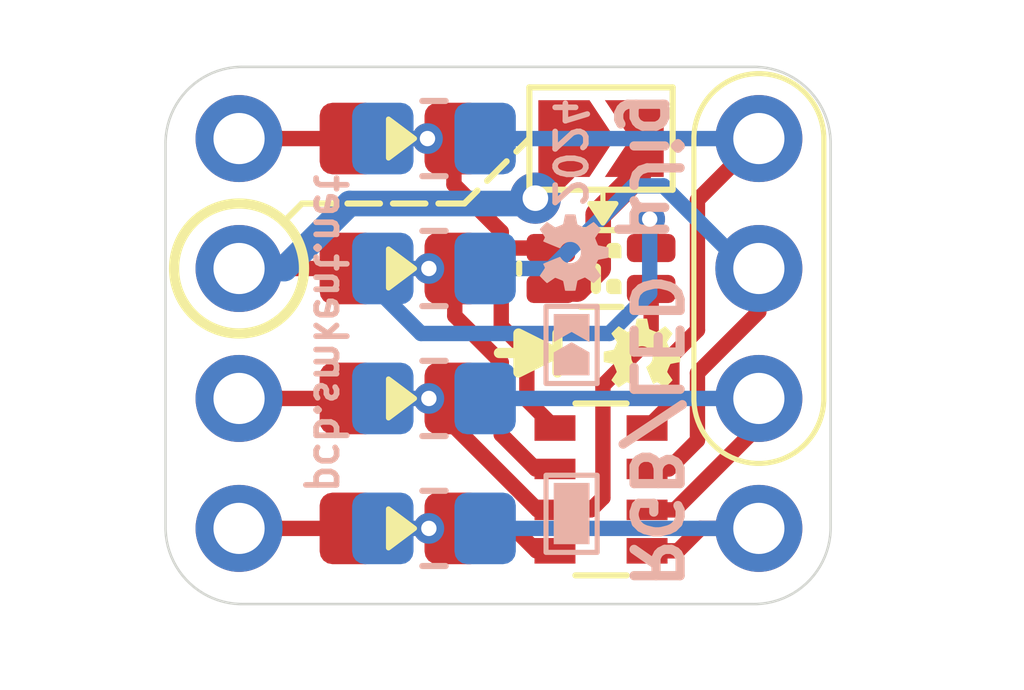
<source format=kicad_pcb>
(kicad_pcb (version 20240108) (generator "pcbnew") (generator_version "8.0")
  (layers (0 "F.Cu" signal) (31 "B.Cu" signal) (34 "B.Paste" user) (35 "F.Paste" user) (36 "B.SilkS" user "B.Silkscreen") (37 "F.SilkS" user "F.Silkscreen") (38 "B.Mask" user) (39 "F.Mask" user) (44 "Edge.Cuts" user))
  (net 0 "")
  (net 1 "LED1_RESISTOR")
  (net 2 "LED2_RESISTOR")
  (net 3 "LED3_RESISTOR")
  (net 4 "LED3_CATHODE")
  (net 5 "LED1_CATHODE")
  (net 6 "LED2_CATHODE")
  (net 7 "LED4_CATHODE")
  (net 8 "LED3_ANODE")
  (net 9 "LED2_ANODE")
  (net 10 "LED1_ANODE")
  (net 11 "LED4_ANODE")
  (net 12 "Net-(LED4-K)")
  (net 13 "Net-(JP1-B)")
  (footprint "Resistor_SMD:R_Array_Convex_4x0603" (layer "F.Cu") (at 134.075 103.378)
    (property "Reference" "RN1" (hide yes))
    (property "Value" "R")
    (fp_line (start 0.5 -1.68) (end -0.5 -1.68) (stroke (width 0.12)) (layer "F.SilkS"))
    (fp_line (start 0.5 1.68) (end -0.5 1.68) (stroke (width 0.12)) (layer "F.SilkS"))
    (pad "1" smd rect (at -0.9 -1.2) (size 0.8 0.5) (layers "F.Cu" "F.Paste" "F.Mask") (net 1 "LED1_RESISTOR"))
    (pad "2" smd rect (at -0.9 -0.4) (size 0.8 0.4) (layers "F.Cu" "F.Paste" "F.Mask") (net 2 "LED2_RESISTOR"))
    (pad "3" smd rect (at -0.9 0.4) (size 0.8 0.4) (layers "F.Cu" "F.Paste" "F.Mask") (net 3 "LED3_RESISTOR"))
    (pad "4" smd rect (at -0.9 1.2) (size 0.8 0.5) (layers "F.Cu" "F.Paste" "F.Mask") (net 12 "Net-(LED4-K)"))
    (pad "5" smd rect (at 0.9 1.2) (size 0.8 0.5) (layers "F.Cu" "F.Paste" "F.Mask") (net 7 "LED4_CATHODE"))
    (pad "6" smd rect (at 0.9 0.4) (size 0.8 0.4) (layers "F.Cu" "F.Paste" "F.Mask") (net 4 "LED3_CATHODE"))
    (pad "7" smd rect (at 0.9 -0.4) (size 0.8 0.4) (layers "F.Cu" "F.Paste" "F.Mask") (net 6 "LED2_CATHODE"))
    (pad "8" smd rect (at 0.9 -1.2) (size 0.8 0.5) (layers "F.Cu" "F.Paste" "F.Mask") (net 5 "LED1_CATHODE"))
  )
  (footprint "custom:LED_0805_2012Metric_Pad1.15x1.40mm_HandSolder_simple" (layer "F.Cu") (at 130.175 104.14 180)
    (property "Reference" "LED4" (hide yes))
    (property "Value" "LED")
    (fp_poly (pts (xy 0.254 -0.381) (xy 0.254 0.381) (xy -0.254 0)) (stroke (width 0.1)) (fill solid) (layer "F.SilkS"))
    (pad "1" smd roundrect (at -1.025 0 180) (size 1.15 1.4) (layers "F.Cu" "F.Paste" "F.Mask") (roundrect_rratio 0.217391) (net 12 "Net-(LED4-K)"))
    (pad "2" smd roundrect (at 1.025 0 180) (size 1.15 1.4) (layers "F.Cu" "F.Paste" "F.Mask") (roundrect_rratio 0.217391) (net 11 "LED4_ANODE"))
  )
  (footprint "custom:LED_0805_2012Metric_Pad1.15x1.40mm_HandSolder_simple" (layer "F.Cu") (at 130.175 99.06 180)
    (property "Reference" "LED2" (hide yes))
    (property "Value" "LED")
    (fp_poly (pts (xy 0.254 -0.381) (xy 0.254 0.381) (xy -0.254 0)) (stroke (width 0.1)) (fill solid) (layer "F.SilkS"))
    (pad "1" smd roundrect (at -1.025 0 180) (size 1.15 1.4) (layers "F.Cu" "F.Paste" "F.Mask") (roundrect_rratio 0.217391) (net 2 "LED2_RESISTOR"))
    (pad "2" smd roundrect (at 1.025 0 180) (size 1.15 1.4) (layers "F.Cu" "F.Paste" "F.Mask") (roundrect_rratio 0.217391) (net 9 "LED2_ANODE"))
  )
  (footprint "custom:LED_0805_2012Metric_Pad1.15x1.40mm_HandSolder_simple" (layer "F.Cu") (at 130.175 96.52 180)
    (property "Reference" "LED1" (hide yes))
    (property "Value" "LED")
    (fp_poly (pts (xy 0.254 -0.381) (xy 0.254 0.381) (xy -0.254 0)) (stroke (width 0.1)) (fill solid) (layer "F.SilkS"))
    (pad "1" smd roundrect (at -1.025 0 180) (size 1.15 1.4) (layers "F.Cu" "F.Paste" "F.Mask") (roundrect_rratio 0.217391) (net 1 "LED1_RESISTOR"))
    (pad "2" smd roundrect (at 1.025 0 180) (size 1.15 1.4) (layers "F.Cu" "F.Paste" "F.Mask") (roundrect_rratio 0.217391) (net 10 "LED1_ANODE"))
  )
  (footprint "custom:LED_0805_2012Metric_Pad1.15x1.40mm_HandSolder_simple" (layer "F.Cu") (at 130.175 101.6 180)
    (property "Reference" "LED3" (hide yes))
    (property "Value" "LED")
    (fp_poly (pts (xy 0.254 -0.381) (xy 0.254 0.381) (xy -0.254 0)) (stroke (width 0.1)) (fill solid) (layer "F.SilkS"))
    (pad "1" smd roundrect (at -1.025 0 180) (size 1.15 1.4) (layers "F.Cu" "F.Paste" "F.Mask") (roundrect_rratio 0.217391) (net 3 "LED3_RESISTOR"))
    (pad "2" smd roundrect (at 1.025 0 180) (size 1.15 1.4) (layers "F.Cu" "F.Paste" "F.Mask") (roundrect_rratio 0.217391) (net 8 "LED3_ANODE"))
  )
  (footprint "graphics:oshw-logo-1.5mm" (layer "F.Cu") (at 134.874 100.711)
    (property "Reference" "G***" (hide yes))
    (property "Value" "LOGO" (hide yes))
    (fp_poly (pts (xy 0.012727 -0.672745) (xy 0.031988 -0.67266) (xy 0.050169 -0.672495) (xy 0.066587 -0.672251) (xy 0.080561 -0.671927) (xy 0.091408 -0.671523) (xy 0.098446 -0.671039) (xy 0.100909 -0.670576) (xy 0.102402 -0.667389) (xy 0.104663 -0.659276) (xy 0.107675 -0.646308) (xy 0.111424 -0.628555) (xy 0.115895 -0.60609) (xy 0.121071 -0.578984) (xy 0.122654 -0.570522) (xy 0.127536 -0.544539) (xy 0.131659 -0.523137) (xy 0.135113 -0.505908) (xy 0.13799 -0.492446) (xy 0.140383 -0.482342) (xy 0.142381 -0.475192) (xy 0.144077 -0.470587) (xy 0.145562 -0.468121) (xy 0.145696 -0.467982) (xy 0.149238 -0.465814) (xy 0.156822 -0.462056) (xy 0.167796 -0.457002) (xy 0.181505 -0.450945) (xy 0.197297 -0.444179) (xy 0.214518 -0.436997) (xy 0.216283 -0.436271) (xy 0.236194 -0.42815) (xy 0.251983 -0.421849) (xy 0.264174 -0.417188) (xy 0.273292 -0.413987) (xy 0.279863 -0.412068) (xy 0.284411 -0.41125) (xy 0.287461 -0.411354) (xy 0.288377 -0.411613) (xy 0.291858 -0.413548) (xy 0.29899 -0.418028) (xy 0.309263 -0.424717) (xy 0.322171 -0.433279) (xy 0.337206 -0.443375) (xy 0.353861 -0.45467) (xy 0.371626 -0.466826) (xy 0.371955 -0.467053) (xy 0.389663 -0.479186) (xy 0.406199 -0.490443) (xy 0.421066 -0.500493) (xy 0.43377 -0.509002) (xy 0.443815 -0.515639) (xy 0.450706 -0.520073) (xy 0.453946 -0.521971) (xy 0.453983 -0.521986) (xy 0.455813 -0.52187) (xy 0.458798 -0.520292) (xy 0.463253 -0.516965) (xy 0.469491 -0.511606) (xy 0.477824 -0.503929) (xy 0.488566 -0.493649) (xy 0.50203 -0.48048) (xy 0.518529 -0.464138) (xy 0.529628 -0.453077) (xy 0.547414 -0.435309) (xy 0.561926 -0.420748) (xy 0.573479 -0.409038) (xy 0.582388 -0.39982) (xy 0.588967 -0.392736) (xy 0.593531 -0.387427) (xy 0.596394 -0.383536) (xy 0.597872 -0.380704) (xy 0.598279 -0.378574) (xy 0.59793 -0.376787) (xy 0.597524 -0.375808) (xy 0.595446 -0.372279) (xy 0.590833 -0.365095) (xy 0.584027 -0.354764) (xy 0.575366 -0.341796) (xy 0.565191 -0.326699) (xy 0.55384 -0.309982) (xy 0.541655 -0.292154) (xy 0.541255 -0.29157) (xy 0.527178 -0.270981) (xy 0.515766 -0.254126) (xy 0.506773 -0.240603) (xy 0.499952 -0.230009) (xy 0.495054 -0.221942) (xy 0.491832 -0.215999) (xy 0.49004 -0.211779) (xy 0.489429 -0.208878) (xy 0.489555 -0.207483) (xy 0.490888 -0.203755) (xy 0.493911 -0.196137) (xy 0.498304 -0.185385) (xy 0.503747 -0.172254) (xy 0.509923 -0.157499) (xy 0.516512 -0.141873) (xy 0.523195 -0.126133) (xy 0.529654 -0.111033) (xy 0.53557 -0.097327) (xy 0.540623 -0.085771) (xy 0.544495 -0.077119) (xy 0.54597 -0.073947) (xy 0.551604 -0.0666) (xy 0.558905 -0.06307) (xy 0.563474 -0.061999) (xy 0.572374 -0.060141) (xy 0.584962 -0.057622) (xy 0.600592 -0.054569) (xy 0.61862 -0.051106) (xy 0.638402 -0.047361) (xy 0.654711 -0.044311) (xy 0.675133 -0.040448) (xy 0.694051 -0.036744) (xy 0.71087 -0.033326) (xy 0.724992 -0.030321) (xy 0.735823 -0.027855) (xy 0.742765 -0.026054) (xy 0.745145 -0.025155) (xy 0.746093 -0.021901) (xy 0.746916 -0.014265) (xy 0.747611 -0.002922) (xy 0.748179 0.011453) (xy 0.748616 0.028184) (xy 0.748922 0.046597) (xy 0.749096 0.066016) (xy 0.749136 0.085767) (xy 0.74904 0.105174) (xy 0.748808 0.123562) (xy 0.748437 0.140257) (xy 0.747927 0.154584) (xy 0.747276 0.165866) (xy 0.746483 0.17343) (xy 0.745563 0.176586) (xy 0.74241 0.177649) (xy 0.734861 0.179495) (xy 0.723496 0.182002) (xy 0.708899 0.185048) (xy 0.691651 0.188512) (xy 0.672332 0.192272) (xy 0.652599 0.196007) (xy 0.631739 0.19997) (xy 0.612297 0.203793) (xy 0.594876 0.207347) (xy 0.580074 0.210506) (xy 0.568492 0.213141) (xy 0.560731 0.215125) (xy 0.557467 0.216273) (xy 0.555071 0.219546) (xy 0.55123 0.226834) (xy 0.546229 0.237437) (xy 0.54035 0.250653) (xy 0.533875 0.265779) (xy 0.527088 0.282116) (xy 0.520271 0.29896) (xy 0.513707 0.31561) (xy 0.507679 0.331366) (xy 0.502469 0.345524) (xy 0.498361 0.357384) (xy 0.495636 0.366245) (xy 0.494578 0.371403) (xy 0.494639 0.372162) (xy 0.496395 0.375329) (xy 0.500691 0.382148) (xy 0.507191 0.392108) (xy 0.515556 0.404701) (xy 0.525449 0.419418) (xy 0.536531 0.435748) (xy 0.546945 0.450972) (xy 0.558777 0.468282) (xy 0.569702 0.484412) (xy 0.579383 0.498853) (xy 0.587486 0.5111) (xy 0.593675 0.520647) (xy 0.597614 0.526986) (xy 0.598954 0.529507) (xy 0.598305 0.531757) (xy 0.595463 0.535922) (xy 0.590202 0.542248) (xy 0.582298 0.550978) (xy 0.571526 0.562358) (xy 0.557661 0.576632) (xy 0.540479 0.594047) (xy 0.530932 0.603648) (xy 0.51299 0.621611) (xy 0.498235 0.636261) (xy 0.486323 0.64791) (xy 0.476911 0.656871) (xy 0.469655 0.663455) (xy 0.464211 0.667974) (xy 0.460236 0.67074) (xy 0.457387 0.672064) (xy 0.455333 0.67226) (xy 0.451812 0.670645) (xy 0.444669 0.666474) (xy 0.434428 0.660084) (xy 0.421618 0.651814) (xy 0.406762 0.642002) (xy 0.390388 0.630989) (xy 0.376517 0.621518) (xy 0.354153 0.60628) (xy 0.335316 0.593725) (xy 0.320114 0.583923) (xy 0.308656 0.576941) (xy 0.301051 0.57285) (xy 0.29764 0.571696) (xy 0.293219 0.572863) (xy 0.28535 0.576075) (xy 0.274995 0.580897) (xy 0.263116 0.586893) (xy 0.257748 0.58974) (xy 0.243218 0.597361) (xy 0.232567 0.602454) (xy 0.225394 0.605188) (xy 0.221301 0.605733) (xy 0.220556 0.60546) (xy 0.218878 0.602708) (xy 0.215515 0.595733) (xy 0.210657 0.584999) (xy 0.204496 0.570969) (xy 0.197222 0.554106) (xy 0.189028 0.534873) (xy 0.180103 0.513734) (xy 0.17064 0.491152) (xy 0.160829 0.46759) (xy 0.150861 0.443512) (xy 0.140928 0.41938) (xy 0.131221 0.395658) (xy 0.121931 0.37281) (xy 0.113249 0.351299) (xy 0.105366 0.331587) (xy 0.098473 0.314138) (xy 0.092762 0.299415) (xy 0.088423 0.287883) (xy 0.085648 0.280003) (xy 0.084628 0.276239) (xy 0.084642 0.276044) (xy 0.087623 0.271995) (xy 0.093181 0.26761) (xy 0.094225 0.266975) (xy 0.104901 0.260032) (xy 0.117593 0.250686) (xy 0.130784 0.240152) (xy 0.142954 0.229646) (xy 0.152586 0.220385) (xy 0.153162 0.219776) (xy 0.172204 0.196275) (xy 0.188057 0.170117) (xy 0.199972 0.142629) (xy 0.203822 0.130276) (xy 0.206435 0.117193) (xy 0.208294 0.100836) (xy 0.209326 0.082944) (xy 0.209458 0.065255) (xy 0.208615 0.04951) (xy 0.207573 0.041497) (xy 0.199598 0.010037) (xy 0.187125 -0.019353) (xy 0.170418 -0.046308) (xy 0.149742 -0.070465) (xy 0.125361 -0.091462) (xy 0.098464 -0.108442) (xy 0.070046 -0.120847) (xy 0.040034 -0.128747) (xy 0.009137 -0.13214) (xy -0.021939 -0.131027) (xy -0.052487 -0.125407) (xy -0.081799 -0.115282) (xy -0.095935 -0.108442) (xy -0.123653 -0.090853) (xy -0.147922 -0.069751) (xy -0.168477 -0.0455) (xy -0.185055 -0.018463) (xy -0.19739 0.010997) (xy -0.205044 0.041497) (xy -0.206527 0.055169) (xy -0.20699 0.071859) (xy -0.206507 0.08983) (xy -0.205151 0.107343) (xy -0.202996 0.122657) (xy -0.201294 0.130276) (xy -0.19138 0.157929) (xy -0.177192 0.184845) (xy -0.159481 0.209696) (xy -0.150634 0.219776) (xy -0.141253 0.228895) (xy -0.129221 0.239349) (xy -0.116054 0.249923) (xy -0.103272 0.259401) (xy -0.092392 0.266565) (xy -0.091696 0.266975) (xy -0.0859 0.271233) (xy -0.082349 0.275469) (xy -0.082113 0.276044) (xy -0.082822 0.279077) (xy -0.085318 0.286303) (xy -0.089409 0.297259) (xy -0.094905 0.311482) (xy -0.101614 0.328509) (xy -0.109346 0.347876) (xy -0.117908 0.36912) (xy -0.12711 0.391777) (xy -0.136761 0.415385) (xy -0.146669 0.439481) (xy -0.156644 0.4636) (xy -0.166495 0.48728) (xy -0.176029 0.510058) (xy -0.185057 0.531469) (xy -0.193387 0.551052) (xy -0.200827 0.568342) (xy -0.207187 0.582877) (xy -0.212275 0.594193) (xy -0.215901 0.601826) (xy -0.217873 0.605315) (xy -0.218028 0.60546) (xy -0.221193 0.605602) (xy -0.227304 0.60361) (xy -0.236762 0.599314) (xy -0.249967 0.592547) (xy -0.25522 0.58974) (xy -0.267459 0.583371) (xy -0.278592 0.577988) (xy -0.287654 0.574027) (xy -0.293684 0.571922) (xy -0.295111 0.571696) (xy -0.299244 0.573194) (xy -0.307327 0.577644) (xy -0.31925 0.584975) (xy -0.334905 0.595119) (xy -0.35418 0.608006) (xy -0.373988 0.621518) (xy -0.3912 0.633251) (xy -0.407315 0.644053) (xy -0.421807 0.653586) (xy -0.43415 0.66151) (xy -0.443818 0.667487) (xy -0.450286 0.671179) (xy -0.452804 0.67226) (xy -0.454875 0.672059) (xy -0.457731 0.670726) (xy -0.461715 0.667949) (xy -0.46717 0.663416) (xy -0.474441 0.656816) (xy -0.48387 0.647838) (xy -0.4958 0.636168) (xy -0.510577 0.621495) (xy -0.528403 0.603648) (xy -0.547267 0.584631) (xy -0.562705 0.568871) (xy -0.574942 0.556125) (xy -0.584202 0.546146) (xy -0.590711 0.538691) (xy -0.594692 0.533514) (xy -0.596372 0.53037) (xy -0.596425 0.529507) (xy -0.59474 0.526406) (xy -0.590511 0.519652) (xy -0.584072 0.509752) (xy -0.575761 0.497213) (xy -0.565911 0.48254) (xy -0.554859 0.466241) (xy -0.544416 0.450972) (xy -0.53257 0.433646) (xy -0.521618 0.417489) (xy -0.511897 0.403009) (xy -0.503745 0.390716) (xy -0.497501 0.381118) (xy -0.493502 0.374726) (xy -0.49211 0.372162) (xy -0.49257 0.368346) (xy -0.494788 0.360604) (xy -0.498481 0.349634) (xy -0.503367 0.33614) (xy -0.509162 0.320824) (xy -0.515584 0.304385) (xy -0.52235 0.287527) (xy -0.529178 0.27095) (xy -0.535784 0.255357) (xy -0.541887 0.241448) (xy -0.547202 0.229926) (xy -0.551447 0.221491) (xy -0.554341 0.216847) (xy -0.554939 0.216273) (xy -0.558608 0.21501) (xy -0.566655 0.212977) (xy -0.578481 0.210301) (xy -0.593485 0.207111) (xy -0.611068 0.203533) (xy -0.630627 0.199696) (xy -0.650071 0.196007) (xy -0.670816 0.192078) (xy -0.690044 0.188329) (xy -0.707173 0.184884) (xy -0.721622 0.181862) (xy -0.732808 0.179385) (xy -0.74015 0.177576) (xy -0.743035 0.176586) (xy -0.743969 0.173334) (xy -0.74476 0.1657) (xy -0.745409 0.154359) (xy -0.745916 0.139986) (xy -0.746284 0.123256) (xy -0.746514 0.104844) (xy -0.746608 0.085425) (xy -0.746566 0.065674) (xy -0.74639 0.046267) (xy -0.746081 0.027877) (xy -0.745641 0.011181) (xy -0.745072 -0.003146) (xy -0.744374 -0.014431) (xy -0.743549 -0.021997) (xy -0.742617 -0.025155) (xy -0.739351 -0.026309) (xy -0.731702 -0.028233) (xy -0.720266 -0.0308) (xy -0.70564 -0.033885) (xy -0.68842 -0.03736) (xy -0.669203 -0.0411) (xy -0.652182 -0.044311) (xy -0.631477 -0.048189) (xy -0.61202 -0.051884) (xy -0.594456 -0.055268) (xy -0.579429 -0.058217) (xy -0.567585 -0.060604) (xy -0.559567 -0.062302) (xy -0.556376 -0.06307) (xy -0.548079 -0.067438) (xy -0.543441 -0.073947) (xy -0.540331 -0.080738) (xy -0.535869 -0.090836) (xy -0.530374 -0.103488) (xy -0.524166 -0.117937) (xy -0.517562 -0.13343) (xy -0.510883 -0.149211) (xy -0.504447 -0.164526) (xy -0.498572 -0.178619) (xy -0.493579 -0.190736) (xy -0.489784 -0.200123) (xy -0.487508 -0.206023) (xy -0.487025 -0.207485) (xy -0.486982 -0.209768) (xy -0.487969 -0.213102) (xy -0.490237 -0.217901) (xy -0.494039 -0.224575) (xy -0.499627 -0.233538) (xy -0.507254 -0.2452) (xy -0.517172 -0.259974) (xy -0.529633 -0.278273) (xy -0.536595 -0.288434) (xy -0.551441 -0.310074) (xy -0.563667 -0.327933) (xy -0.573511 -0.342399) (xy -0.581213 -0.353866) (xy -0.587012 -0.362724) (xy -0.591146 -0.369364) (xy -0.593854 -0.374177) (xy -0.595376 -0.377555) (xy -0.595951 -0.379889) (xy -0.595816 -0.38157) (xy -0.595212 -0.382989) (xy -0.594805 -0.383728) (xy -0.592491 -0.386497) (xy -0.586991 -0.392401) (xy -0.578716 -0.40102) (xy -0.568077 -0.411933) (xy -0.555485 -0.424719) (xy -0.541351 -0.438955) (xy -0.526086 -0.454221) (xy -0.524246 -0.456054) (xy -0.506285 -0.473884) (xy -0.491533 -0.488389) (xy -0.479663 -0.499864) (xy -0.47035 -0.508602) (xy -0.463267 -0.514898) (xy -0.458089 -0.519047) (xy -0.454491 -0.521344) (xy -0.452145 -0.522083) (xy -0.451343 -0.521962) (xy -0.448204 -0.520143) (xy -0.441403 -0.515775) (xy -0.431436 -0.509192) (xy -0.418799 -0.500726) (xy -0.40399 -0.49071) (xy -0.387505 -0.479477) (xy -0.36984 -0.467358) (xy -0.369403 -0.467057) (xy -0.351643 -0.454886) (xy -0.33498 -0.443569) (xy -0.319925 -0.433445) (xy -0.306984 -0.424851) (xy -0.296668 -0.418126) (xy -0.289484 -0.413607) (xy -0.285942 -0.411632) (xy -0.285925 -0.411626) (xy -0.283344 -0.41118) (xy -0.279546 -0.411558) (xy -0.274002 -0.412942) (xy -0.266181 -0.415512) (xy -0.255554 -0.419449) (xy -0.241591 -0.424934) (xy -0.223761 -0.432147) (xy -0.213754 -0.436244) (xy -0.196422 -0.443454) (xy -0.180451 -0.450282) (xy -0.166495 -0.456434) (xy -0.155208 -0.461616) (xy -0.147245 -0.465533) (xy -0.14326 -0.46789) (xy -0.143107 -0.468027) (xy -0.141636 -0.470277) (xy -0.139983 -0.47453) (xy -0.138057 -0.481202) (xy -0.135763 -0.490707) (xy -0.133009 -0.503461) (xy -0.129701 -0.519879) (xy -0.125746 -0.540376) (xy -0.121051 -0.565368) (xy -0.120084 -0.57057) (xy -0.114674 -0.599271) (xy -0.10999 -0.623194) (xy -0.10604 -0.642296) (xy -0.102834 -0.656534) (xy -0.10038 -0.665868) (xy -0.098688 -0.670254) (xy -0.098399 -0.670564) (xy -0.095052 -0.671115) (xy -0.087327 -0.671586) (xy -0.075909 -0.671978) (xy -0.061478 -0.67229) (xy -0.044717 -0.672523) (xy -0.026307 -0.672677) (xy -0.006932 -0.672751)) (fill solid) (layer "F.SilkS"))
  )
  (footprint "Jumper:SolderJumper-2_P1.3mm_Open_TrianglePad1.0x1.5mm" (layer "F.Cu") (at 134.075 96.52)
    (property "Reference" "JP1" (hide yes))
    (property "Value" "SolderJumper_2_Open")
    (fp_line (start -1.4 -1) (end 1.4 -1) (stroke (width 0.12)) (layer "F.SilkS"))
    (fp_line (start -1.4 1) (end -1.4 -1) (stroke (width 0.12)) (layer "F.SilkS"))
    (fp_line (start 1.4 -1) (end 1.4 1) (stroke (width 0.12)) (layer "F.SilkS"))
    (fp_line (start 1.4 1) (end -1.4 1) (stroke (width 0.12)) (layer "F.SilkS"))
    (pad "1" smd custom (at -0.725 0) (size 0.3 0.3) (layers "F.Cu" "F.Mask") (net 9 "LED2_ANODE") (options (clearance outline) (anchor rect)) (primitives (gr_poly (pts (xy 1 0) (xy 0.5 0.75) (xy -0.5 0.75) (xy -0.5 -0.75) (xy 0.5 -0.75)) (width 0) (fill yes))))
    (pad "2" smd custom (at 0.725 0) (size 0.3 0.3) (layers "F.Cu" "F.Mask") (net 13 "Net-(JP1-B)") (options (clearance outline) (anchor rect)) (primitives (gr_poly (pts (xy 0.5 0.75) (xy -0.65 0.75) (xy -0.15 0) (xy -0.65 -0.75) (xy 0.5 -0.75)) (width 0) (fill yes))))
  )
  (footprint "discrete:LED_RGB_XL-2012RGBC_2.0x1.2mm_HandSolder" (layer "F.Cu") (at 134.075 99.06 180)
    (property "Reference" "LED0")
    (property "Value" "LED_RGAB")
    (fp_line (start 1.6 0.1) (end 1.6 -0.1) (stroke (width 0.12)) (layer "F.SilkS"))
    (fp_line (start 0.4 -0.75) (end -0.4 -0.75) (stroke (width 0.12)) (layer "F.SilkS"))
    (fp_line (start 0.1 0) (end 0.43 0) (stroke (width 0.2)) (layer "F.SilkS"))
    (fp_line (start 0.1 0) (end 0.1 -0.4) (stroke (width 0.2)) (layer "F.SilkS"))
    (fp_line (start -0.4 0.75) (end 0.4 0.75) (stroke (width 0.12)) (layer "F.SilkS"))
    (fp_rect (start -0.3 0.3) (end -0.2 0.4) (stroke (width 0.2)) (fill solid) (layer "F.SilkS"))
    (fp_rect (start -0.3 -0.4) (end -0.2 -0.3) (stroke (width 0.2)) (fill solid) (layer "F.SilkS"))
    (pad "1" smd roundrect (at 0.98 0.4) (size 0.95 0.55) (layers "F.Cu" "F.Paste" "F.Mask") (net 1 "LED1_RESISTOR"))
    (pad "2" smd roundrect (at -0.98 0.4) (size 0.95 0.55) (layers "F.Cu" "F.Paste" "F.Mask") (net 2 "LED2_RESISTOR"))
    (pad "3" smd roundrect (at 0.98 -0.4) (size 0.95 0.55) (layers "F.Cu" "F.Paste" "F.Mask") (net 13 "Net-(JP1-B)"))
    (pad "4" smd roundrect (at -0.98 -0.4) (size 0.95 0.55) (layers "F.Cu" "F.Paste" "F.Mask") (net 3 "LED3_RESISTOR"))
  )
  (footprint "Resistor_SMD:R_0805_2012Metric_Pad1.20x1.40mm_HandSolder" (layer "B.Cu") (at 130.81 96.52)
    (property "Reference" "R1" (hide yes))
    (property "Value" "R")
    (fp_line (start 0.227064 -0.735) (end -0.227064 -0.735) (stroke (width 0.12)) (layer "B.SilkS"))
    (fp_line (start 0.227064 0.735) (end -0.227064 0.735) (stroke (width 0.12)) (layer "B.SilkS"))
    (pad "1" smd roundrect (at -1 0) (size 1.2 1.4) (layers "B.Cu" "B.Paste" "B.Mask") (roundrect_rratio 0.208333) (net 1 "LED1_RESISTOR"))
    (pad "2" smd roundrect (at 1 0) (size 1.2 1.4) (layers "B.Cu" "B.Paste" "B.Mask") (roundrect_rratio 0.208333) (net 5 "LED1_CATHODE"))
  )
  (footprint "custom:PinHeader_1x04_P2.54mm_Vertical_simple" (layer "B.Cu") (at 137.16 96.52 180)
    (property "Reference" "J1" (hide yes))
    (property "Value" "Conn_01x04")
    (pad "1" thru_hole oval (at 0 0 180) (size 1.7 1.7) (drill 1) (layers "*.Cu" "*.Mask") (net 5 "LED1_CATHODE"))
    (pad "2" thru_hole oval (at 0 -2.54 180) (size 1.7 1.7) (drill 1) (layers "*.Cu" "*.Mask") (net 6 "LED2_CATHODE"))
    (pad "3" thru_hole oval (at 0 -5.08 180) (size 1.7 1.7) (drill 1) (layers "*.Cu" "*.Mask") (net 4 "LED3_CATHODE"))
    (pad "4" thru_hole oval (at 0 -7.62 180) (size 1.7 1.7) (drill 1) (layers "*.Cu" "*.Mask") (net 7 "LED4_CATHODE"))
  )
  (footprint "custom:PinHeader_1x04_P2.54mm_Vertical_simple" (layer "B.Cu") (at 127 96.52 180)
    (property "Reference" "J2" (hide yes))
    (property "Value" "Conn_01x04")
    (pad "1" thru_hole oval (at 0 0 180) (size 1.7 1.7) (drill 1) (layers "*.Cu" "*.Mask") (net 10 "LED1_ANODE"))
    (pad "2" thru_hole oval (at 0 -2.54 180) (size 1.7 1.7) (drill 1) (layers "*.Cu" "*.Mask") (net 9 "LED2_ANODE"))
    (pad "3" thru_hole oval (at 0 -5.08 180) (size 1.7 1.7) (drill 1) (layers "*.Cu" "*.Mask") (net 8 "LED3_ANODE"))
    (pad "4" thru_hole oval (at 0 -7.62 180) (size 1.7 1.7) (drill 1) (layers "*.Cu" "*.Mask") (net 11 "LED4_ANODE"))
  )
  (footprint "Resistor_SMD:R_0805_2012Metric_Pad1.20x1.40mm_HandSolder" (layer "B.Cu") (at 130.81 104.14)
    (property "Reference" "R4" (hide yes))
    (property "Value" "R")
    (fp_line (start 0.227064 -0.735) (end -0.227064 -0.735) (stroke (width 0.12)) (layer "B.SilkS"))
    (fp_line (start 0.227064 0.735) (end -0.227064 0.735) (stroke (width 0.12)) (layer "B.SilkS"))
    (pad "1" smd roundrect (at -1 0) (size 1.2 1.4) (layers "B.Cu" "B.Paste" "B.Mask") (roundrect_rratio 0.208333) (net 12 "Net-(LED4-K)"))
    (pad "2" smd roundrect (at 1 0) (size 1.2 1.4) (layers "B.Cu" "B.Paste" "B.Mask") (roundrect_rratio 0.208333) (net 7 "LED4_CATHODE"))
  )
  (footprint "Resistor_SMD:R_0805_2012Metric_Pad1.20x1.40mm_HandSolder" (layer "B.Cu") (at 130.81 101.6)
    (property "Reference" "R3" (hide yes))
    (property "Value" "R")
    (fp_line (start 0.227064 -0.735) (end -0.227064 -0.735) (stroke (width 0.12)) (layer "B.SilkS"))
    (fp_line (start 0.227064 0.735) (end -0.227064 0.735) (stroke (width 0.12)) (layer "B.SilkS"))
    (pad "1" smd roundrect (at -1 0) (size 1.2 1.4) (layers "B.Cu" "B.Paste" "B.Mask") (roundrect_rratio 0.208333) (net 3 "LED3_RESISTOR"))
    (pad "2" smd roundrect (at 1 0) (size 1.2 1.4) (layers "B.Cu" "B.Paste" "B.Mask") (roundrect_rratio 0.208333) (net 4 "LED3_CATHODE"))
  )
  (footprint "Resistor_SMD:R_0805_2012Metric_Pad1.20x1.40mm_HandSolder" (layer "B.Cu") (at 130.81 99.06)
    (property "Reference" "R2" (hide yes))
    (property "Value" "R")
    (fp_line (start 0.227064 -0.735) (end -0.227064 -0.735) (stroke (width 0.12)) (layer "B.SilkS"))
    (fp_line (start 0.227064 0.735) (end -0.227064 0.735) (stroke (width 0.12)) (layer "B.SilkS"))
    (pad "1" smd roundrect (at -1 0) (size 1.2 1.4) (layers "B.Cu" "B.Paste" "B.Mask") (roundrect_rratio 0.208333) (net 2 "LED2_RESISTOR"))
    (pad "2" smd roundrect (at 1 0) (size 1.2 1.4) (layers "B.Cu" "B.Paste" "B.Mask") (roundrect_rratio 0.208333) (net 6 "LED2_CATHODE"))
  )
  (footprint "graphics:oshw-logo-1.5mm" (layer "B.Cu") (at 133.55 98.75 90)
    (property "Reference" "G***" (hide yes))
    (property "Value" "LOGO" (hide yes))
    (fp_poly (pts (xy 0.012727 0.672745) (xy 0.031988 0.67266) (xy 0.050169 0.672495) (xy 0.066587 0.672251) (xy 0.080561 0.671927) (xy 0.091408 0.671523) (xy 0.098446 0.671039) (xy 0.100909 0.670576) (xy 0.102402 0.667389) (xy 0.104663 0.659276) (xy 0.107675 0.646308) (xy 0.111424 0.628555) (xy 0.115895 0.60609) (xy 0.121071 0.578984) (xy 0.122654 0.570522) (xy 0.127536 0.544539) (xy 0.131659 0.523137) (xy 0.135113 0.505908) (xy 0.13799 0.492446) (xy 0.140383 0.482342) (xy 0.142381 0.475192) (xy 0.144077 0.470587) (xy 0.145562 0.468121) (xy 0.145696 0.467982) (xy 0.149238 0.465814) (xy 0.156822 0.462056) (xy 0.167796 0.457002) (xy 0.181505 0.450945) (xy 0.197297 0.444179) (xy 0.214518 0.436997) (xy 0.216283 0.436271) (xy 0.236194 0.42815) (xy 0.251983 0.421849) (xy 0.264174 0.417188) (xy 0.273292 0.413987) (xy 0.279863 0.412068) (xy 0.284411 0.41125) (xy 0.287461 0.411354) (xy 0.288377 0.411613) (xy 0.291858 0.413548) (xy 0.29899 0.418028) (xy 0.309263 0.424717) (xy 0.322171 0.433279) (xy 0.337206 0.443375) (xy 0.353861 0.45467) (xy 0.371626 0.466826) (xy 0.371955 0.467053) (xy 0.389663 0.479186) (xy 0.406199 0.490443) (xy 0.421066 0.500493) (xy 0.43377 0.509002) (xy 0.443815 0.515639) (xy 0.450706 0.520073) (xy 0.453946 0.521971) (xy 0.453983 0.521986) (xy 0.455813 0.52187) (xy 0.458798 0.520292) (xy 0.463253 0.516965) (xy 0.469491 0.511606) (xy 0.477824 0.503929) (xy 0.488566 0.493649) (xy 0.50203 0.48048) (xy 0.518529 0.464138) (xy 0.529628 0.453077) (xy 0.547414 0.435309) (xy 0.561926 0.420748) (xy 0.573479 0.409038) (xy 0.582388 0.39982) (xy 0.588967 0.392736) (xy 0.593531 0.387427) (xy 0.596394 0.383536) (xy 0.597872 0.380704) (xy 0.598279 0.378574) (xy 0.59793 0.376787) (xy 0.597524 0.375808) (xy 0.595446 0.372279) (xy 0.590833 0.365095) (xy 0.584027 0.354764) (xy 0.575366 0.341796) (xy 0.565191 0.326699) (xy 0.55384 0.309982) (xy 0.541655 0.292154) (xy 0.541255 0.29157) (xy 0.527178 0.270981) (xy 0.515766 0.254126) (xy 0.506773 0.240603) (xy 0.499952 0.230009) (xy 0.495054 0.221942) (xy 0.491832 0.215999) (xy 0.49004 0.211779) (xy 0.489429 0.208878) (xy 0.489555 0.207483) (xy 0.490888 0.203755) (xy 0.493911 0.196137) (xy 0.498304 0.185385) (xy 0.503747 0.172254) (xy 0.509923 0.157499) (xy 0.516512 0.141873) (xy 0.523195 0.126133) (xy 0.529654 0.111033) (xy 0.53557 0.097327) (xy 0.540623 0.085771) (xy 0.544495 0.077119) (xy 0.54597 0.073947) (xy 0.551604 0.0666) (xy 0.558905 0.06307) (xy 0.563474 0.061999) (xy 0.572374 0.060141) (xy 0.584962 0.057622) (xy 0.600592 0.054569) (xy 0.61862 0.051106) (xy 0.638402 0.047361) (xy 0.654711 0.044311) (xy 0.675133 0.040448) (xy 0.694051 0.036744) (xy 0.71087 0.033326) (xy 0.724992 0.030321) (xy 0.735823 0.027855) (xy 0.742765 0.026054) (xy 0.745145 0.025155) (xy 0.746093 0.021901) (xy 0.746916 0.014265) (xy 0.747611 0.002922) (xy 0.748179 -0.011453) (xy 0.748616 -0.028184) (xy 0.748922 -0.046597) (xy 0.749096 -0.066016) (xy 0.749136 -0.085767) (xy 0.74904 -0.105174) (xy 0.748808 -0.123562) (xy 0.748437 -0.140257) (xy 0.747927 -0.154584) (xy 0.747276 -0.165866) (xy 0.746483 -0.17343) (xy 0.745563 -0.176586) (xy 0.74241 -0.177649) (xy 0.734861 -0.179495) (xy 0.723496 -0.182002) (xy 0.708899 -0.185048) (xy 0.691651 -0.188512) (xy 0.672332 -0.192272) (xy 0.652599 -0.196007) (xy 0.631739 -0.19997) (xy 0.612297 -0.203793) (xy 0.594876 -0.207347) (xy 0.580074 -0.210506) (xy 0.568492 -0.213141) (xy 0.560731 -0.215125) (xy 0.557467 -0.216273) (xy 0.555071 -0.219546) (xy 0.55123 -0.226834) (xy 0.546229 -0.237437) (xy 0.54035 -0.250653) (xy 0.533875 -0.265779) (xy 0.527088 -0.282116) (xy 0.520271 -0.29896) (xy 0.513707 -0.31561) (xy 0.507679 -0.331366) (xy 0.502469 -0.345524) (xy 0.498361 -0.357384) (xy 0.495636 -0.366245) (xy 0.494578 -0.371403) (xy 0.494639 -0.372162) (xy 0.496395 -0.375329) (xy 0.500691 -0.382148) (xy 0.507191 -0.392108) (xy 0.515556 -0.404701) (xy 0.525449 -0.419418) (xy 0.536531 -0.435748) (xy 0.546945 -0.450972) (xy 0.558777 -0.468282) (xy 0.569702 -0.484412) (xy 0.579383 -0.498853) (xy 0.587486 -0.5111) (xy 0.593675 -0.520647) (xy 0.597614 -0.526986) (xy 0.598954 -0.529507) (xy 0.598305 -0.531757) (xy 0.595463 -0.535922) (xy 0.590202 -0.542248) (xy 0.582298 -0.550978) (xy 0.571526 -0.562358) (xy 0.557661 -0.576632) (xy 0.540479 -0.594047) (xy 0.530932 -0.603648) (xy 0.51299 -0.621611) (xy 0.498235 -0.636261) (xy 0.486323 -0.64791) (xy 0.476911 -0.656871) (xy 0.469655 -0.663455) (xy 0.464211 -0.667974) (xy 0.460236 -0.67074) (xy 0.457387 -0.672064) (xy 0.455333 -0.67226) (xy 0.451812 -0.670645) (xy 0.444669 -0.666474) (xy 0.434428 -0.660084) (xy 0.421618 -0.651814) (xy 0.406762 -0.642002) (xy 0.390388 -0.630989) (xy 0.376517 -0.621518) (xy 0.354153 -0.60628) (xy 0.335316 -0.593725) (xy 0.320114 -0.583923) (xy 0.308656 -0.576941) (xy 0.301051 -0.57285) (xy 0.29764 -0.571696) (xy 0.293219 -0.572863) (xy 0.28535 -0.576075) (xy 0.274995 -0.580897) (xy 0.263116 -0.586893) (xy 0.257748 -0.58974) (xy 0.243218 -0.597361) (xy 0.232567 -0.602454) (xy 0.225394 -0.605188) (xy 0.221301 -0.605733) (xy 0.220556 -0.60546) (xy 0.218878 -0.602708) (xy 0.215515 -0.595733) (xy 0.210657 -0.584999) (xy 0.204496 -0.570969) (xy 0.197222 -0.554106) (xy 0.189028 -0.534873) (xy 0.180103 -0.513734) (xy 0.17064 -0.491152) (xy 0.160829 -0.46759) (xy 0.150861 -0.443512) (xy 0.140928 -0.41938) (xy 0.131221 -0.395658) (xy 0.121931 -0.37281) (xy 0.113249 -0.351299) (xy 0.105366 -0.331587) (xy 0.098473 -0.314138) (xy 0.092762 -0.299415) (xy 0.088423 -0.287883) (xy 0.085648 -0.280003) (xy 0.084628 -0.276239) (xy 0.084642 -0.276044) (xy 0.087623 -0.271995) (xy 0.093181 -0.26761) (xy 0.094225 -0.266975) (xy 0.104901 -0.260032) (xy 0.117593 -0.250686) (xy 0.130784 -0.240152) (xy 0.142954 -0.229646) (xy 0.152586 -0.220385) (xy 0.153162 -0.219776) (xy 0.172204 -0.196275) (xy 0.188057 -0.170117) (xy 0.199972 -0.142629) (xy 0.203822 -0.130276) (xy 0.206435 -0.117193) (xy 0.208294 -0.100836) (xy 0.209326 -0.082944) (xy 0.209458 -0.065255) (xy 0.208615 -0.04951) (xy 0.207573 -0.041497) (xy 0.199598 -0.010037) (xy 0.187125 0.019353) (xy 0.170418 0.046308) (xy 0.149742 0.070465) (xy 0.125361 0.091462) (xy 0.098464 0.108442) (xy 0.070046 0.120847) (xy 0.040034 0.128747) (xy 0.009137 0.13214) (xy -0.021939 0.131027) (xy -0.052487 0.125407) (xy -0.081799 0.115282) (xy -0.095935 0.108442) (xy -0.123653 0.090853) (xy -0.147922 0.069751) (xy -0.168477 0.0455) (xy -0.185055 0.018463) (xy -0.19739 -0.010997) (xy -0.205044 -0.041497) (xy -0.206527 -0.055169) (xy -0.20699 -0.071859) (xy -0.206507 -0.08983) (xy -0.205151 -0.107343) (xy -0.202996 -0.122657) (xy -0.201294 -0.130276) (xy -0.19138 -0.157929) (xy -0.177192 -0.184845) (xy -0.159481 -0.209696) (xy -0.150634 -0.219776) (xy -0.141253 -0.228895) (xy -0.129221 -0.239349) (xy -0.116054 -0.249923) (xy -0.103272 -0.259401) (xy -0.092392 -0.266565) (xy -0.091696 -0.266975) (xy -0.0859 -0.271233) (xy -0.082349 -0.275469) (xy -0.082113 -0.276044) (xy -0.082822 -0.279077) (xy -0.085318 -0.286303) (xy -0.089409 -0.297259) (xy -0.094905 -0.311482) (xy -0.101614 -0.328509) (xy -0.109346 -0.347876) (xy -0.117908 -0.36912) (xy -0.12711 -0.391777) (xy -0.136761 -0.415385) (xy -0.146669 -0.439481) (xy -0.156644 -0.4636) (xy -0.166495 -0.48728) (xy -0.176029 -0.510058) (xy -0.185057 -0.531469) (xy -0.193387 -0.551052) (xy -0.200827 -0.568342) (xy -0.207187 -0.582877) (xy -0.212275 -0.594193) (xy -0.215901 -0.601826) (xy -0.217873 -0.605315) (xy -0.218028 -0.60546) (xy -0.221193 -0.605602) (xy -0.227304 -0.60361) (xy -0.236762 -0.599314) (xy -0.249967 -0.592547) (xy -0.25522 -0.58974) (xy -0.267459 -0.583371) (xy -0.278592 -0.577988) (xy -0.287654 -0.574027) (xy -0.293684 -0.571922) (xy -0.295111 -0.571696) (xy -0.299244 -0.573194) (xy -0.307327 -0.577644) (xy -0.31925 -0.584975) (xy -0.334905 -0.595119) (xy -0.35418 -0.608006) (xy -0.373988 -0.621518) (xy -0.3912 -0.633251) (xy -0.407315 -0.644053) (xy -0.421807 -0.653586) (xy -0.43415 -0.66151) (xy -0.443818 -0.667487) (xy -0.450286 -0.671179) (xy -0.452804 -0.67226) (xy -0.454875 -0.672059) (xy -0.457731 -0.670726) (xy -0.461715 -0.667949) (xy -0.46717 -0.663416) (xy -0.474441 -0.656816) (xy -0.48387 -0.647838) (xy -0.4958 -0.636168) (xy -0.510577 -0.621495) (xy -0.528403 -0.603648) (xy -0.547267 -0.584631) (xy -0.562705 -0.568871) (xy -0.574942 -0.556125) (xy -0.584202 -0.546146) (xy -0.590711 -0.538691) (xy -0.594692 -0.533514) (xy -0.596372 -0.53037) (xy -0.596425 -0.529507) (xy -0.59474 -0.526406) (xy -0.590511 -0.519652) (xy -0.584072 -0.509752) (xy -0.575761 -0.497213) (xy -0.565911 -0.48254) (xy -0.554859 -0.466241) (xy -0.544416 -0.450972) (xy -0.53257 -0.433646) (xy -0.521618 -0.417489) (xy -0.511897 -0.403009) (xy -0.503745 -0.390716) (xy -0.497501 -0.381118) (xy -0.493502 -0.374726) (xy -0.49211 -0.372162) (xy -0.49257 -0.368346) (xy -0.494788 -0.360604) (xy -0.498481 -0.349634) (xy -0.503367 -0.33614) (xy -0.509162 -0.320824) (xy -0.515584 -0.304385) (xy -0.52235 -0.287527) (xy -0.529178 -0.27095) (xy -0.535784 -0.255357) (xy -0.541887 -0.241448) (xy -0.547202 -0.229926) (xy -0.551447 -0.221491) (xy -0.554341 -0.216847) (xy -0.554939 -0.216273) (xy -0.558608 -0.21501) (xy -0.566655 -0.212977) (xy -0.578481 -0.210301) (xy -0.593485 -0.207111) (xy -0.611068 -0.203533) (xy -0.630627 -0.199696) (xy -0.650071 -0.196007) (xy -0.670816 -0.192078) (xy -0.690044 -0.188329) (xy -0.707173 -0.184884) (xy -0.721622 -0.181862) (xy -0.732808 -0.179385) (xy -0.74015 -0.177576) (xy -0.743035 -0.176586) (xy -0.743969 -0.173334) (xy -0.74476 -0.1657) (xy -0.745409 -0.154359) (xy -0.745916 -0.139986) (xy -0.746284 -0.123256) (xy -0.746514 -0.104844) (xy -0.746608 -0.085425) (xy -0.746566 -0.065674) (xy -0.74639 -0.046267) (xy -0.746081 -0.027877) (xy -0.745641 -0.011181) (xy -0.745072 0.003146) (xy -0.744374 0.014431) (xy -0.743549 0.021997) (xy -0.742617 0.025155) (xy -0.739351 0.026309) (xy -0.731702 0.028233) (xy -0.720266 0.0308) (xy -0.70564 0.033885) (xy -0.68842 0.03736) (xy -0.669203 0.0411) (xy -0.652182 0.044311) (xy -0.631477 0.048189) (xy -0.61202 0.051884) (xy -0.594456 0.055268) (xy -0.579429 0.058217) (xy -0.567585 0.060604) (xy -0.559567 0.062302) (xy -0.556376 0.06307) (xy -0.548079 0.067438) (xy -0.543441 0.073947) (xy -0.540331 0.080738) (xy -0.535869 0.090836) (xy -0.530374 0.103488) (xy -0.524166 0.117937) (xy -0.517562 0.13343) (xy -0.510883 0.149211) (xy -0.504447 0.164526) (xy -0.498572 0.178619) (xy -0.493579 0.190736) (xy -0.489784 0.200123) (xy -0.487508 0.206023) (xy -0.487025 0.207485) (xy -0.486982 0.209768) (xy -0.487969 0.213102) (xy -0.490237 0.217901) (xy -0.494039 0.224575) (xy -0.499627 0.233538) (xy -0.507254 0.2452) (xy -0.517172 0.259974) (xy -0.529633 0.278273) (xy -0.536595 0.288434) (xy -0.551441 0.310074) (xy -0.563667 0.327933) (xy -0.573511 0.342399) (xy -0.581213 0.353866) (xy -0.587012 0.362724) (xy -0.591146 0.369364) (xy -0.593854 0.374177) (xy -0.595376 0.377555) (xy -0.595951 0.379889) (xy -0.595816 0.38157) (xy -0.595212 0.382989) (xy -0.594805 0.383728) (xy -0.592491 0.386497) (xy -0.586991 0.392401) (xy -0.578716 0.40102) (xy -0.568077 0.411933) (xy -0.555485 0.424719) (xy -0.541351 0.438955) (xy -0.526086 0.454221) (xy -0.524246 0.456054) (xy -0.506285 0.473884) (xy -0.491533 0.488389) (xy -0.479663 0.499864) (xy -0.47035 0.508602) (xy -0.463267 0.514898) (xy -0.458089 0.519047) (xy -0.454491 0.521344) (xy -0.452145 0.522083) (xy -0.451343 0.521962) (xy -0.448204 0.520143) (xy -0.441403 0.515775) (xy -0.431436 0.509192) (xy -0.418799 0.500726) (xy -0.40399 0.49071) (xy -0.387505 0.479477) (xy -0.36984 0.467358) (xy -0.369403 0.467057) (xy -0.351643 0.454886) (xy -0.33498 0.443569) (xy -0.319925 0.433445) (xy -0.306984 0.424851) (xy -0.296668 0.418126) (xy -0.289484 0.413607) (xy -0.285942 0.411632) (xy -0.285925 0.411626) (xy -0.283344 0.41118) (xy -0.279546 0.411558) (xy -0.274002 0.412942) (xy -0.266181 0.415512) (xy -0.255554 0.419449) (xy -0.241591 0.424934) (xy -0.223761 0.432147) (xy -0.213754 0.436244) (xy -0.196422 0.443454) (xy -0.180451 0.450282) (xy -0.166495 0.456434) (xy -0.155208 0.461616) (xy -0.147245 0.465533) (xy -0.14326 0.46789) (xy -0.143107 0.468027) (xy -0.141636 0.470277) (xy -0.139983 0.47453) (xy -0.138057 0.481202) (xy -0.135763 0.490707) (xy -0.133009 0.503461) (xy -0.129701 0.519879) (xy -0.125746 0.540376) (xy -0.121051 0.565368) (xy -0.120084 0.57057) (xy -0.114674 0.599271) (xy -0.10999 0.623194) (xy -0.10604 0.642296) (xy -0.102834 0.656534) (xy -0.10038 0.665868) (xy -0.098688 0.670254) (xy -0.098399 0.670564) (xy -0.095052 0.671115) (xy -0.087327 0.671586) (xy -0.075909 0.671978) (xy -0.061478 0.67229) (xy -0.044717 0.672523) (xy -0.026307 0.672677) (xy -0.006932 0.672751)) (fill solid) (layer "B.SilkS"))
  )
  (gr_rect (start 133 99.8) (end 134 101.307692) (stroke (width 0.1)) (fill none) (layer "B.SilkS"))
  (gr_poly (pts (xy 133.15 100.5) (xy 133.15 99.95) (xy 133.85 99.95) (xy 133.85 100.5) (xy 133.5 100.3)) (fill solid) (layer "B.SilkS"))
  (gr_rect (start 133.15 103.25074) (end 133.85 104.449261) (fill solid) (layer "B.SilkS"))
  (gr_poly (pts (xy 133.15 101.148521) (xy 133.15 100.7) (xy 133.5 100.5) (xy 133.85 100.7) (xy 133.85 101.148521)) (fill solid) (layer "B.SilkS"))
  (gr_rect (start 133 103.10074) (end 134 104.608432) (stroke (width 0.1)) (fill none) (layer "B.SilkS"))
  (gr_line (start 133.223 101.092) (end 133.223 100.33) (stroke (width 0.2)) (layer "F.SilkS"))
  (gr_line (start 131.405 97.79) (end 131.659 97.536) (stroke (width 0.12)) (layer "F.SilkS"))
  (gr_line (start 132.421 96.774) (end 132.675 96.52) (stroke (width 0.12)) (layer "F.SilkS"))
  (gr_poly (pts (xy 132.461 100.33) (xy 132.461 101.092) (xy 133.223 100.711)) (stroke (width 0.2)) (fill solid) (layer "F.SilkS"))
  (gr_line (start 129.119 97.79) (end 129.754 97.79) (stroke (width 0.12)) (layer "F.SilkS"))
  (gr_line (start 132.08 100.711) (end 133.604 100.711) (stroke (width 0.2)) (layer "F.SilkS"))
  (gr_line (start 134.112 97.79) (end 134.112 97.52) (stroke (width 0.1)) (layer "F.SilkS"))
  (gr_line (start 127.849 98.171) (end 128.23 97.79) (stroke (width 0.12)) (layer "F.SilkS"))
  (gr_line (start 130.008 97.79) (end 130.643 97.79) (stroke (width 0.12)) (layer "F.SilkS"))
  (gr_poly (pts (arc (start 135.89 101.6) (mid 137.16 102.87) (end 138.43 101.6)) (arc (start 138.43 96.52) (mid 137.16 95.25) (end 135.89 96.52))) (stroke (width 0.1)) (fill none) (layer "F.SilkS"))
  (gr_circle (center 127 99.06) (end 127.762 100.076) (stroke (width 0.2)) (fill none) (layer "F.SilkS"))
  (gr_line (start 130.897 97.79) (end 131.405 97.79) (stroke (width 0.12)) (layer "F.SilkS"))
  (gr_line (start 131.8495 97.3455) (end 132.2305 96.9645) (stroke (width 0.12)) (layer "F.SilkS"))
  (gr_poly (pts (xy 134.112 98.171) (xy 133.858 97.79) (xy 134.366 97.79)) (stroke (width 0.1)) (fill solid) (layer "F.SilkS"))
  (gr_line (start 128.23 97.79) (end 128.865 97.79) (stroke (width 0.12)) (layer "F.SilkS"))
  (gr_poly (pts (arc (start 127.063 95.119) (mid 126.00234 95.55834) (end 125.563 96.619)) (arc (start 125.563 104.119) (mid 126.00234 105.17966) (end 127.063 105.619)) (arc (start 137.063 105.619) (mid 138.12366 105.17966) (end 138.563 104.119)) (arc (start 138.563 96.619) (mid 138.12366 95.55834) (end 137.063 95.119))) (stroke (width 0.05)) (fill none) (layer "Edge.Cuts"))
  (gr_text "pcb.smkent.net" (at 128.778 100.33 270) (layer "B.SilkS") (effects (font (size 0.6 0.55) (thickness 0.11) (bold yes)) (justify mirror)))
  (gr_text "2024" (at 133.45 96.8 270) (layer "B.SilkS") (effects (font (size 0.6 0.55) (thickness 0.11) (bold yes)) (justify mirror)))
  (gr_text "RGB/LED µJig" (at 135.128 100.457 270) (layer "B.SilkS") (effects (font (size 0.9 0.9) (thickness 0.18) (bold yes)) (justify mirror)))
  (segment (start 132.125 100.187438) (end 132.625 100.687438) (width 0.3) (layer "F.Cu") (net 1))
  (segment (start 133.095 98.66) (end 132.144 98.66) (width 0.3) (layer "F.Cu") (net 1))
  (segment (start 132.144 98.66) (end 132.125 98.679) (width 0.3) (layer "F.Cu") (net 1))
  (segment (start 131.2 96.52) (end 130.683 96.52) (width 0.3) (layer "F.Cu") (net 1))
  (segment (start 132.625 101.628) (end 133.175 102.178) (width 0.3) (layer "F.Cu") (net 1))
  (segment (start 132.625 100.687438) (end 132.625 101.628) (width 0.3) (layer "F.Cu") (net 1))
  (segment (start 131.2 97.418) (end 132.125 98.343) (width 0.3) (layer "F.Cu") (net 1))
  (segment (start 131.2 96.52) (end 131.2 97.418) (width 0.3) (layer "F.Cu") (net 1))
  (segment (start 132.125 98.679) (end 132.125 100.187438) (width 0.3) (layer "F.Cu") (net 1))
  (segment (start 132.125 98.343) (end 132.125 98.679) (width 0.3) (layer "F.Cu") (net 1))
  (via (at 130.683 96.52) (size 0.6) (drill 0.3) (layers "F.Cu" "B.Cu") (net 1))
  (segment (start 130.683 96.52) (end 129.81 96.52) (width 0.3) (layer "B.Cu") (net 1))
  (segment (start 132.7976 102.978) (end 132.125 102.3054) (width 0.3) (layer "F.Cu") (net 2))
  (segment (start 135.055 98.66) (end 135.055 98.1234) (width 0.3) (layer "F.Cu") (net 2))
  (segment (start 131.2164 99.0764) (end 131.2 99.06) (width 0.3) (layer "F.Cu") (net 2))
  (segment (start 132.125 100.894544) (end 131.2164 99.985944) (width 0.3) (layer "F.Cu") (net 2))
  (segment (start 131.2164 99.985944) (end 131.2164 99.0764) (width 0.3) (layer "F.Cu") (net 2))
  (segment (start 131.2 99.06) (end 130.71 99.06) (width 0.3) (layer "F.Cu") (net 2))
  (segment (start 133.175 102.978) (end 132.7976 102.978) (width 0.3) (layer "F.Cu") (net 2))
  (segment (start 135.055 98.1234) (end 135.0264 98.0948) (width 0.3) (layer "F.Cu") (net 2))
  (segment (start 132.125 102.3054) (end 132.125 100.894544) (width 0.3) (layer "F.Cu") (net 2))
  (via (at 130.71 99.06) (size 0.6) (drill 0.3) (layers "F.Cu" "B.Cu") (net 2))
  (via (at 135.0264 98.0948) (size 0.6) (drill 0.3) (layers "F.Cu" "B.Cu") (net 2))
  (segment (start 135.0264 98.0948) (end 135.0264 99.5426) (width 0.3) (layer "B.Cu") (net 2))
  (segment (start 130.556 100.33) (end 129.81 99.584) (width 0.3) (layer "B.Cu") (net 2))
  (segment (start 134.239 100.33) (end 130.556 100.33) (width 0.3) (layer "B.Cu") (net 2))
  (segment (start 130.71 99.06) (end 129.81 99.06) (width 0.3) (layer "B.Cu") (net 2))
  (segment (start 135.0264 99.5426) (end 134.239 100.33) (width 0.3) (layer "B.Cu") (net 2))
  (segment (start 129.81 99.584) (end 129.81 99.06) (width 0.3) (layer "B.Cu") (net 2))
  (segment (start 134.112 101.346) (end 134.112 103.541) (width 0.3) (layer "F.Cu") (net 3))
  (segment (start 135.055 100.403) (end 134.112 101.346) (width 0.3) (layer "F.Cu") (net 3))
  (segment (start 133.875 103.778) (end 133.175 103.778) (width 0.3) (layer "F.Cu") (net 3))
  (segment (start 133.175 103.778) (end 132.8356 103.778) (width 0.3) (layer "F.Cu") (net 3))
  (segment (start 131.2 101.6) (end 130.71 101.6) (width 0.3) (layer "F.Cu") (net 3))
  (segment (start 134.112 103.541) (end 133.875 103.778) (width 0.3) (layer "F.Cu") (net 3))
  (segment (start 131.2 102.1424) (end 131.2 101.6) (width 0.3) (layer "F.Cu") (net 3))
  (segment (start 135.055 99.46) (end 135.055 100.403) (width 0.3) (layer "F.Cu") (net 3))
  (segment (start 132.8356 103.778) (end 131.2 102.1424) (width 0.3) (layer "F.Cu") (net 3))
  (via (at 130.71 101.6) (size 0.6) (drill 0.3) (layers "F.Cu" "B.Cu") (net 3))
  (segment (start 130.71 101.6) (end 129.81 101.6) (width 0.3) (layer "B.Cu") (net 3))
  (segment (start 137.16 102.137) (end 137.16 101.6) (width 0.3) (layer "F.Cu") (net 4))
  (segment (start 135.519 103.778) (end 137.16 102.137) (width 0.3) (layer "F.Cu") (net 4))
  (segment (start 134.975 103.778) (end 135.519 103.778) (width 0.3) (layer "F.Cu") (net 4))
  (segment (start 131.81 101.6) (end 137.16 101.6) (width 0.3) (layer "B.Cu") (net 4))
  (segment (start 135.96 97.72) (end 137.16 96.52) (width 0.3) (layer "F.Cu") (net 5))
  (segment (start 135.46 101.693) (end 135.46 100.764419) (width 0.3) (layer "F.Cu") (net 5))
  (segment (start 134.975 102.178) (end 135.46 101.693) (width 0.3) (layer "F.Cu") (net 5))
  (segment (start 135.96 100.264419) (end 135.96 97.72) (width 0.3) (layer "F.Cu") (net 5))
  (segment (start 135.46 100.764419) (end 135.96 100.264419) (width 0.3) (layer "F.Cu") (net 5))
  (segment (start 131.81 96.52) (end 137.16 96.52) (width 0.3) (layer "B.Cu") (net 5))
  (segment (start 135.401 102.978) (end 135.96 102.419) (width 0.3) (layer "F.Cu") (net 6))
  (segment (start 137.16 99.902943) (end 137.16 99.06) (width 0.3) (layer "F.Cu") (net 6))
  (segment (start 135.96 101.102943) (end 137.16 99.902943) (width 0.3) (layer "F.Cu") (net 6))
  (segment (start 134.975 102.978) (end 135.401 102.978) (width 0.3) (layer "F.Cu") (net 6))
  (segment (start 135.96 102.419) (end 135.96 101.102943) (width 0.3) (layer "F.Cu") (net 6))
  (segment (start 133.096 99.06) (end 134.7112 97.4448) (width 0.3) (layer "B.Cu") (net 6))
  (segment (start 131.81 99.06) (end 133.096 99.06) (width 0.3) (layer "B.Cu") (net 6))
  (segment (start 134.7112 97.4448) (end 135.295639 97.4448) (width 0.3) (layer "B.Cu") (net 6))
  (segment (start 136.910839 99.06) (end 137.16 99.06) (width 0.3) (layer "B.Cu") (net 6))
  (segment (start 135.295639 97.4448) (end 136.910839 99.06) (width 0.3) (layer "B.Cu") (net 6))
  (segment (start 136.017 104.14) (end 137.16 104.14) (width 0.3) (layer "F.Cu") (net 7))
  (segment (start 135.579 104.578) (end 136.017 104.14) (width 0.3) (layer "F.Cu") (net 7))
  (segment (start 134.975 104.578) (end 135.579 104.578) (width 0.3) (layer "F.Cu") (net 7))
  (segment (start 131.81 104.14) (end 137.16 104.14) (width 0.3) (layer "B.Cu") (net 7))
  (segment (start 127 101.6) (end 129.15 101.6) (width 0.3) (layer "F.Cu") (net 8))
  (segment (start 127 99.06) (end 129.15 99.06) (width 0.3) (layer "F.Cu") (net 9))
  (segment (start 132.791936 97.685001) (end 133.35 97.126937) (width 0.5) (layer "F.Cu") (net 9))
  (segment (start 133.35 97.126937) (end 133.35 96.52) (width 0.5) (layer "F.Cu") (net 9))
  (via (at 132.791936 97.685001) (size 1) (drill 0.5) (layers "F.Cu" "B.Cu") (net 9))
  (segment (start 129.159 97.79) (end 127.889 99.06) (width 0.5) (layer "B.Cu") (net 9))
  (segment (start 132.791936 97.685001) (end 132.686937 97.79) (width 0.5) (layer "B.Cu") (net 9))
  (segment (start 132.686937 97.79) (end 129.159 97.79) (width 0.5) (layer "B.Cu") (net 9))
  (segment (start 127.889 99.06) (end 127 99.06) (width 0.5) (layer "B.Cu") (net 9))
  (segment (start 127 96.52) (end 129.15 96.52) (width 0.3) (layer "F.Cu") (net 10))
  (segment (start 127 104.14) (end 129.15 104.14) (width 0.3) (layer "F.Cu") (net 11))
  (segment (start 132.8122 104.578) (end 133.175 104.578) (width 0.3) (layer "F.Cu") (net 12))
  (segment (start 132.3742 104.14) (end 132.8122 104.578) (width 0.3) (layer "F.Cu") (net 12))
  (segment (start 131.2 104.14) (end 130.71 104.14) (width 0.3) (layer "F.Cu") (net 12))
  (segment (start 131.2 104.14) (end 132.3742 104.14) (width 0.3) (layer "F.Cu") (net 12))
  (via (at 130.71 104.14) (size 0.6) (drill 0.3) (layers "F.Cu" "B.Cu") (net 12))
  (segment (start 130.71 104.14) (end 129.81 104.14) (width 0.3) (layer "B.Cu") (net 12))
  (segment (start 133.604662 99.46) (end 134.02 99.044662) (width 0.5) (layer "F.Cu") (net 13))
  (segment (start 134.02 99.044662) (end 134.02 98.009) (width 0.5) (layer "F.Cu") (net 13))
  (segment (start 133.095 99.46) (end 133.604662 99.46) (width 0.5) (layer "F.Cu") (net 13))
  (segment (start 134.02 98.009) (end 134.804903 97.224097) (width 0.5) (layer "F.Cu") (net 13))
  (segment (start 134.804903 97.224097) (end 134.804903 96.52) (width 0.5) (layer "F.Cu") (net 13))
)
</source>
